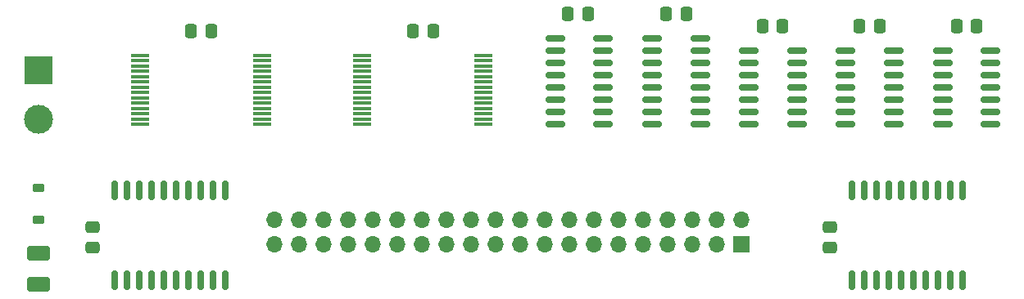
<source format=gbr>
%TF.GenerationSoftware,KiCad,Pcbnew,7.0.10*%
%TF.CreationDate,2024-01-06T13:40:11+01:00*%
%TF.ProjectId,p2000t-ram-expansion-board-smd,70323030-3074-42d7-9261-6d2d65787061,rev?*%
%TF.SameCoordinates,Original*%
%TF.FileFunction,Soldermask,Top*%
%TF.FilePolarity,Negative*%
%FSLAX46Y46*%
G04 Gerber Fmt 4.6, Leading zero omitted, Abs format (unit mm)*
G04 Created by KiCad (PCBNEW 7.0.10) date 2024-01-06 13:40:11*
%MOMM*%
%LPD*%
G01*
G04 APERTURE LIST*
G04 Aperture macros list*
%AMRoundRect*
0 Rectangle with rounded corners*
0 $1 Rounding radius*
0 $2 $3 $4 $5 $6 $7 $8 $9 X,Y pos of 4 corners*
0 Add a 4 corners polygon primitive as box body*
4,1,4,$2,$3,$4,$5,$6,$7,$8,$9,$2,$3,0*
0 Add four circle primitives for the rounded corners*
1,1,$1+$1,$2,$3*
1,1,$1+$1,$4,$5*
1,1,$1+$1,$6,$7*
1,1,$1+$1,$8,$9*
0 Add four rect primitives between the rounded corners*
20,1,$1+$1,$2,$3,$4,$5,0*
20,1,$1+$1,$4,$5,$6,$7,0*
20,1,$1+$1,$6,$7,$8,$9,0*
20,1,$1+$1,$8,$9,$2,$3,0*%
G04 Aperture macros list end*
%ADD10RoundRect,0.250000X0.337500X0.475000X-0.337500X0.475000X-0.337500X-0.475000X0.337500X-0.475000X0*%
%ADD11RoundRect,0.150000X0.150000X-0.875000X0.150000X0.875000X-0.150000X0.875000X-0.150000X-0.875000X0*%
%ADD12RoundRect,0.225000X0.375000X-0.225000X0.375000X0.225000X-0.375000X0.225000X-0.375000X-0.225000X0*%
%ADD13RoundRect,0.250000X-0.475000X0.337500X-0.475000X-0.337500X0.475000X-0.337500X0.475000X0.337500X0*%
%ADD14RoundRect,0.150000X-0.825000X-0.150000X0.825000X-0.150000X0.825000X0.150000X-0.825000X0.150000X0*%
%ADD15RoundRect,0.250001X0.924999X-0.499999X0.924999X0.499999X-0.924999X0.499999X-0.924999X-0.499999X0*%
%ADD16R,1.870000X0.380000*%
%ADD17R,3.000000X3.000000*%
%ADD18C,3.000000*%
%ADD19R,1.700000X1.700000*%
%ADD20O,1.700000X1.700000*%
G04 APERTURE END LIST*
D10*
%TO.C,C1*%
X103272500Y-57912000D03*
X101197500Y-57912000D03*
%TD*%
D11*
%TO.C,U5*%
X110490000Y-84230000D03*
X111760000Y-84230000D03*
X113030000Y-84230000D03*
X114300000Y-84230000D03*
X115570000Y-84230000D03*
X116840000Y-84230000D03*
X118110000Y-84230000D03*
X119380000Y-84230000D03*
X120650000Y-84230000D03*
X121920000Y-84230000D03*
X121920000Y-74930000D03*
X120650000Y-74930000D03*
X119380000Y-74930000D03*
X118110000Y-74930000D03*
X116840000Y-74930000D03*
X115570000Y-74930000D03*
X114300000Y-74930000D03*
X113030000Y-74930000D03*
X111760000Y-74930000D03*
X110490000Y-74930000D03*
%TD*%
D10*
%TO.C,C9*%
X83185000Y-56642000D03*
X81110000Y-56642000D03*
%TD*%
D12*
%TO.C,D1*%
X26416000Y-77978000D03*
X26416000Y-74678000D03*
%TD*%
D13*
%TO.C,C10*%
X108204000Y-78740000D03*
X108204000Y-80815000D03*
%TD*%
D10*
%TO.C,C6*%
X67157500Y-58420000D03*
X65082500Y-58420000D03*
%TD*%
D14*
%TO.C,U9*%
X79789800Y-59200000D03*
X79789800Y-60470000D03*
X79789800Y-61740000D03*
X79789800Y-63010000D03*
X79789800Y-64280000D03*
X79789800Y-65550000D03*
X79789800Y-66820000D03*
X79789800Y-68090000D03*
X84739800Y-68090000D03*
X84739800Y-66820000D03*
X84739800Y-65550000D03*
X84739800Y-64280000D03*
X84739800Y-63010000D03*
X84739800Y-61740000D03*
X84739800Y-60470000D03*
X84739800Y-59200000D03*
%TD*%
%TO.C,U1*%
X99799500Y-60455000D03*
X99799500Y-61725000D03*
X99799500Y-62995000D03*
X99799500Y-64265000D03*
X99799500Y-65535000D03*
X99799500Y-66805000D03*
X99799500Y-68075000D03*
X104749500Y-68075000D03*
X104749500Y-66805000D03*
X104749500Y-65535000D03*
X104749500Y-64265000D03*
X104749500Y-62995000D03*
X104749500Y-61725000D03*
X104749500Y-60455000D03*
%TD*%
D10*
%TO.C,C7*%
X44217500Y-58420000D03*
X42142500Y-58420000D03*
%TD*%
%TO.C,C5*%
X93307200Y-56642000D03*
X91232200Y-56642000D03*
%TD*%
D11*
%TO.C,U8*%
X34290000Y-84230000D03*
X35560000Y-84230000D03*
X36830000Y-84230000D03*
X38100000Y-84230000D03*
X39370000Y-84230000D03*
X40640000Y-84230000D03*
X41910000Y-84230000D03*
X43180000Y-84230000D03*
X44450000Y-84230000D03*
X45720000Y-84230000D03*
X45720000Y-74930000D03*
X44450000Y-74930000D03*
X43180000Y-74930000D03*
X41910000Y-74930000D03*
X40640000Y-74930000D03*
X39370000Y-74930000D03*
X38100000Y-74930000D03*
X36830000Y-74930000D03*
X35560000Y-74930000D03*
X34290000Y-74930000D03*
%TD*%
D15*
%TO.C,C3*%
X26416000Y-84683000D03*
X26416000Y-81433000D03*
%TD*%
D10*
%TO.C,C4*%
X113305500Y-57912000D03*
X111230500Y-57912000D03*
%TD*%
D13*
%TO.C,C2*%
X32004000Y-78740000D03*
X32004000Y-80815000D03*
%TD*%
D16*
%TO.C,U4*%
X59850000Y-60920000D03*
X59850000Y-61470000D03*
X59850000Y-62020000D03*
X59850000Y-62570000D03*
X59850000Y-63120000D03*
X59850000Y-63670000D03*
X59850000Y-64220000D03*
X59850000Y-64770000D03*
X59850000Y-65320000D03*
X59850000Y-65870000D03*
X59850000Y-66420000D03*
X59850000Y-66970000D03*
X59850000Y-67520000D03*
X59850000Y-68070000D03*
X72390000Y-68070000D03*
X72390000Y-67520000D03*
X72390000Y-66970000D03*
X72390000Y-66420000D03*
X72390000Y-65870000D03*
X72390000Y-65320000D03*
X72390000Y-64770000D03*
X72390000Y-64220000D03*
X72390000Y-63670000D03*
X72390000Y-63120000D03*
X72390000Y-62570000D03*
X72390000Y-62020000D03*
X72390000Y-61470000D03*
X72390000Y-60920000D03*
%TD*%
D14*
%TO.C,U6*%
X109804300Y-60455000D03*
X109804300Y-61725000D03*
X109804300Y-62995000D03*
X109804300Y-64265000D03*
X109804300Y-65535000D03*
X109804300Y-66805000D03*
X109804300Y-68075000D03*
X114754300Y-68075000D03*
X114754300Y-66805000D03*
X114754300Y-65535000D03*
X114754300Y-64265000D03*
X114754300Y-62995000D03*
X114754300Y-61725000D03*
X114754300Y-60455000D03*
%TD*%
%TO.C,U7*%
X89794700Y-59200000D03*
X89794700Y-60470000D03*
X89794700Y-61740000D03*
X89794700Y-63010000D03*
X89794700Y-64280000D03*
X89794700Y-65550000D03*
X89794700Y-66820000D03*
X89794700Y-68090000D03*
X94744700Y-68090000D03*
X94744700Y-66820000D03*
X94744700Y-65550000D03*
X94744700Y-64280000D03*
X94744700Y-63010000D03*
X94744700Y-61740000D03*
X94744700Y-60470000D03*
X94744700Y-59200000D03*
%TD*%
D10*
%TO.C,C8*%
X123321700Y-57912000D03*
X121246700Y-57912000D03*
%TD*%
D16*
%TO.C,U2*%
X36910000Y-60920000D03*
X36910000Y-61470000D03*
X36910000Y-62020000D03*
X36910000Y-62570000D03*
X36910000Y-63120000D03*
X36910000Y-63670000D03*
X36910000Y-64220000D03*
X36910000Y-64770000D03*
X36910000Y-65320000D03*
X36910000Y-65870000D03*
X36910000Y-66420000D03*
X36910000Y-66970000D03*
X36910000Y-67520000D03*
X36910000Y-68070000D03*
X49450000Y-68070000D03*
X49450000Y-67520000D03*
X49450000Y-66970000D03*
X49450000Y-66420000D03*
X49450000Y-65870000D03*
X49450000Y-65320000D03*
X49450000Y-64770000D03*
X49450000Y-64220000D03*
X49450000Y-63670000D03*
X49450000Y-63120000D03*
X49450000Y-62570000D03*
X49450000Y-62020000D03*
X49450000Y-61470000D03*
X49450000Y-60920000D03*
%TD*%
D17*
%TO.C,J3*%
X26416000Y-62484000D03*
D18*
X26416000Y-67564000D03*
%TD*%
D14*
%TO.C,U3*%
X119809200Y-60455000D03*
X119809200Y-61725000D03*
X119809200Y-62995000D03*
X119809200Y-64265000D03*
X119809200Y-65535000D03*
X119809200Y-66805000D03*
X119809200Y-68075000D03*
X124759200Y-68075000D03*
X124759200Y-66805000D03*
X124759200Y-65535000D03*
X124759200Y-64265000D03*
X124759200Y-62995000D03*
X124759200Y-61725000D03*
X124759200Y-60455000D03*
%TD*%
D19*
%TO.C,J1*%
X99055000Y-80518000D03*
D20*
X99055000Y-77978000D03*
X96515000Y-80518000D03*
X96515000Y-77978000D03*
X93975000Y-80518000D03*
X93975000Y-77978000D03*
X91435000Y-80518000D03*
X91435000Y-77978000D03*
X88895000Y-80518000D03*
X88895000Y-77978000D03*
X86355000Y-80518000D03*
X86355000Y-77978000D03*
X83815000Y-80518000D03*
X83815000Y-77978000D03*
X81275000Y-80518000D03*
X81275000Y-77978000D03*
X78735000Y-80518000D03*
X78735000Y-77978000D03*
X76195000Y-80518000D03*
X76195000Y-77978000D03*
X73655000Y-80518000D03*
X73655000Y-77978000D03*
X71115000Y-80518000D03*
X71115000Y-77978000D03*
X68575000Y-80518000D03*
X68575000Y-77978000D03*
X66035000Y-80518000D03*
X66035000Y-77978000D03*
X63495000Y-80518000D03*
X63495000Y-77978000D03*
X60955000Y-80518000D03*
X60955000Y-77978000D03*
X58415000Y-80518000D03*
X58415000Y-77978000D03*
X55875000Y-80518000D03*
X55875000Y-77978000D03*
X53335000Y-80518000D03*
X53335000Y-77978000D03*
X50795000Y-80518000D03*
X50795000Y-77978000D03*
%TD*%
M02*

</source>
